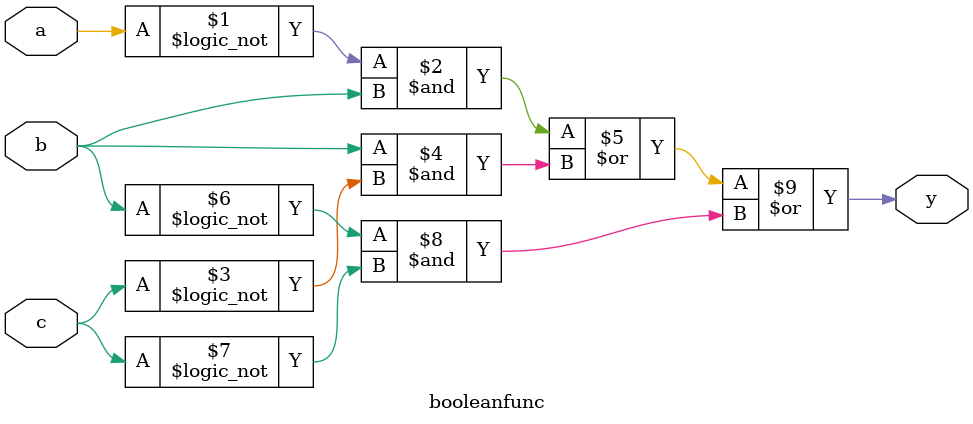
<source format=v>
module booleanfunc(a,b,c,y);
input a,b,c;
output y;
assign y=(!a&b)|(b&!c)|(!b&!c);
endmodule

</source>
